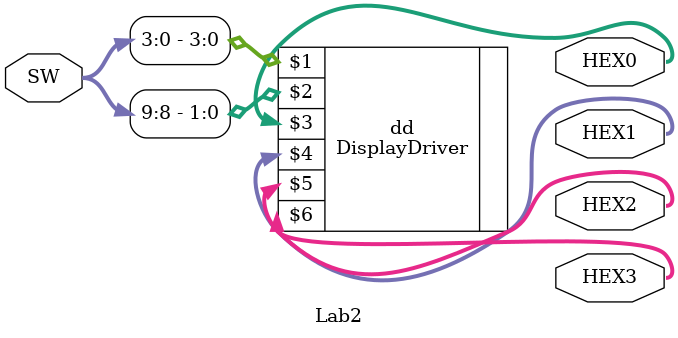
<source format=v>
module Lab2 (input [9:0] SW, output[6:0] HEX0, HEX1, HEX2, HEX3);

	DisplayDriver dd (SW[3:0], SW[9:8], HEX0[6:0], HEX1[6:0], HEX2[6:0], HEX3[6:0]);

endmodule 
</source>
